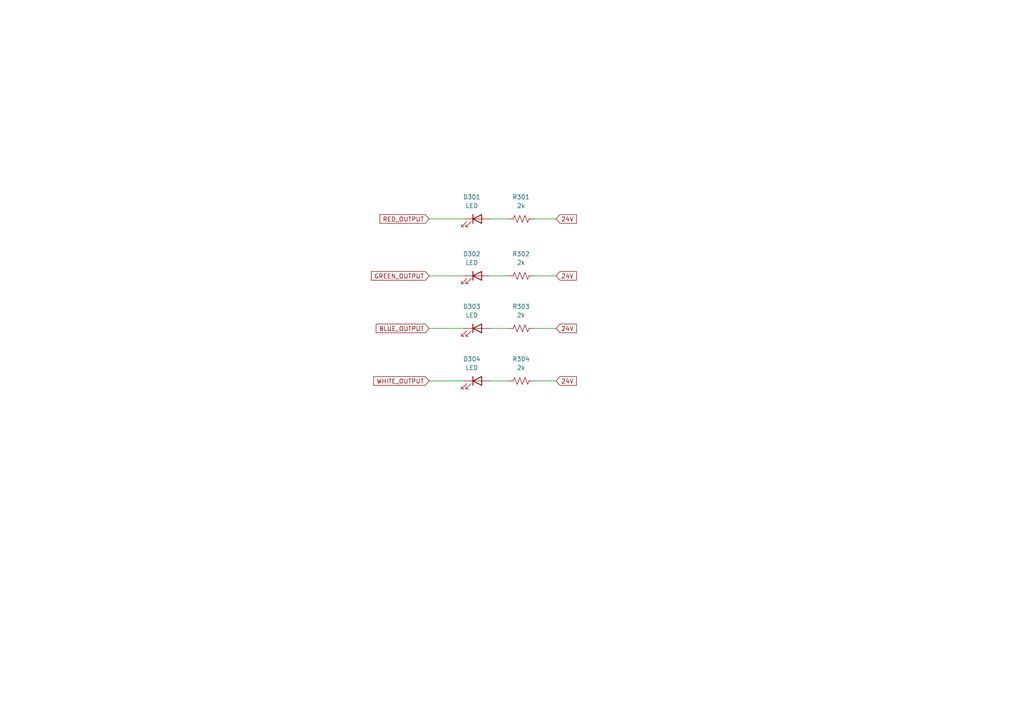
<source format=kicad_sch>
(kicad_sch (version 20211123) (generator eeschema)
  (paper "A4")
  (lib_symbols
    (symbol "Device:LED" (pin_numbers hide) (pin_names (offset 1.016) hide)
      (property "Reference" "D" (at 0 2.54 0))
      (property "Value" "LED" (at 0 -2.54 0))
      (symbol "LED_0_1"
        (polyline (pts (xy -1.27 -1.27) (xy -1.27 1.27)) (stroke (width 0.254)))
        (polyline (pts (xy -1.27 0) (xy 1.27 0)))
        (polyline (pts (xy 1.27 -1.27) (xy 1.27 1.27) (xy -1.27 0) (xy 1.27 -1.27)) (stroke (width 0.254)))
        (polyline (pts (xy -3.048 -0.762) (xy -4.572 -2.286) (xy -3.81 -2.286) (xy -4.572 -2.286) (xy -4.572 -1.524)))
        (polyline (pts (xy -1.778 -0.762) (xy -3.302 -2.286) (xy -2.54 -2.286) (xy -3.302 -2.286) (xy -3.302 -1.524)))
      )
      (symbol "LED_1_1"
        (pin passive line (at -3.81 0 0) (length 2.54) (name "K") (number "1"))
        (pin passive line (at 3.81 0 180) (length 2.54) (name "A") (number "2"))
      )
    )
    (symbol "Device:R_US" (pin_numbers hide) (pin_names (offset 0))
      (property "Reference" "R" (at 2.54 0 90))
      (property "Value" "R_US" (at -2.54 0 90))
      (symbol "R_US_0_1"
        (polyline (pts (xy 0 -2.286) (xy 0 -2.54)))
        (polyline (pts (xy 0 2.286) (xy 0 2.54)))
        (polyline (pts (xy 0 -0.762) (xy 1.016 -1.143) (xy 0 -1.524) (xy -1.016 -1.905) (xy 0 -2.286)))
        (polyline (pts (xy 0 0.762) (xy 1.016 0.381) (xy 0 0) (xy -1.016 -0.381) (xy 0 -0.762)))
        (polyline (pts (xy 0 2.286) (xy 1.016 1.905) (xy 0 1.524) (xy -1.016 1.143) (xy 0 0.762)))
      )
      (symbol "R_US_1_1"
        (pin passive line (at 0 3.81 270) (length 1.27) (name "~") (number "1"))
        (pin passive line (at 0 -3.81 90) (length 1.27) (name "~") (number "2"))
      )
    )
  )
  (wire (pts (xy 124.46 80.01) (xy 134.62 80.01)))
  (wire (pts (xy 154.94 63.5) (xy 161.29 63.5)))
  (wire (pts (xy 142.24 63.5) (xy 147.32 63.5)))
  (wire (pts (xy 154.94 80.01) (xy 161.29 80.01)))
  (wire (pts (xy 154.94 110.49) (xy 161.29 110.49)))
  (wire (pts (xy 124.46 95.25) (xy 134.62 95.25)))
  (wire (pts (xy 142.24 95.25) (xy 147.32 95.25)))
  (wire (pts (xy 124.46 110.49) (xy 134.62 110.49)))
  (wire (pts (xy 124.46 63.5) (xy 134.62 63.5)))
  (wire (pts (xy 142.24 80.01) (xy 147.32 80.01)))
  (wire (pts (xy 142.24 110.49) (xy 147.32 110.49)))
  (wire (pts (xy 154.94 95.25) (xy 161.29 95.25)))
  (global_label "RED_OUTPUT" (shape input) (at 124.46 63.5 180) (property "Intersheet References" "${INTERSHEET_REFS}" (effects hide)))
  (global_label "24V" (shape input) (at 161.29 80.01 0) (property "Intersheet References" "${INTERSHEET_REFS}" (effects hide)))
  (global_label "24V" (shape input) (at 161.29 95.25 0) (property "Intersheet References" "${INTERSHEET_REFS}" (effects hide)))
  (global_label "24V" (shape input) (at 161.29 110.49 0) (property "Intersheet References" "${INTERSHEET_REFS}" (effects hide)))
  (global_label "GREEN_OUTPUT" (shape input) (at 124.46 80.01 180) (property "Intersheet References" "${INTERSHEET_REFS}" (effects hide)))
  (global_label "BLUE_OUTPUT" (shape input) (at 124.46 95.25 180) (property "Intersheet References" "${INTERSHEET_REFS}" (effects hide)))
  (global_label "24V" (shape input) (at 161.29 63.5 0) (property "Intersheet References" "${INTERSHEET_REFS}" (effects hide)))
  (global_label "WHITE_OUTPUT" (shape input) (at 124.46 110.49 180) (property "Intersheet References" "${INTERSHEET_REFS}" (effects hide)))
  (symbol (lib_id "Device:LED") (at 138.43 80.01 0) (unit 1)
    (property "Reference" "D302" (at 136.8425 73.66 0))
    (property "Value" "LED" (at 136.8425 76.2 0))
    (property "Footprint" "LED_SMD:LED_1206_3216Metric" (effects hide))
  )
  (symbol (lib_id "Device:LED") (at 138.43 63.5 0) (unit 1)
    (property "Reference" "D301" (at 136.8425 57.15 0))
    (property "Value" "LED" (at 136.8425 59.69 0))
    (property "Footprint" "LED_SMD:LED_1206_3216Metric" (effects hide))
  )
  (symbol (lib_id "Device:R_US") (at 151.13 80.01 90) (unit 1)
    (property "Reference" "R302" (at 151.13 73.66 90))
    (property "Value" "2k" (at 151.13 76.2 90))
    (property "Footprint" "Resistor_SMD:R_2010_5025Metric" (effects hide))
  )
  (symbol (lib_id "Device:LED") (at 138.43 110.49 0) (unit 1)
    (property "Reference" "D304" (at 136.8425 104.14 0))
    (property "Value" "LED" (at 136.8425 106.68 0))
    (property "Footprint" "LED_SMD:LED_1206_3216Metric" (effects hide))
  )
  (symbol (lib_id "Device:R_US") (at 151.13 95.25 90) (unit 1)
    (property "Reference" "R303" (at 151.13 88.9 90))
    (property "Value" "2k" (at 151.13 91.44 90))
    (property "Footprint" "Resistor_SMD:R_2010_5025Metric" (effects hide))
  )
  (symbol (lib_id "Device:R_US") (at 151.13 63.5 90) (unit 1)
    (property "Reference" "R301" (at 151.13 57.15 90))
    (property "Value" "2k" (at 151.13 59.69 90))
    (property "Footprint" "Resistor_SMD:R_2010_5025Metric" (effects hide))
  )
  (symbol (lib_id "Device:LED") (at 138.43 95.25 0) (unit 1)
    (property "Reference" "D303" (at 136.8425 88.9 0))
    (property "Value" "LED" (at 136.8425 91.44 0))
    (property "Footprint" "LED_SMD:LED_1206_3216Metric" (effects hide))
  )
  (symbol (lib_id "Device:R_US") (at 151.13 110.49 90) (unit 1)
    (property "Reference" "R304" (at 151.13 104.14 90))
    (property "Value" "2k" (at 151.13 106.68 90))
    (property "Footprint" "Resistor_SMD:R_2010_5025Metric" (effects hide))
  )
)
</source>
